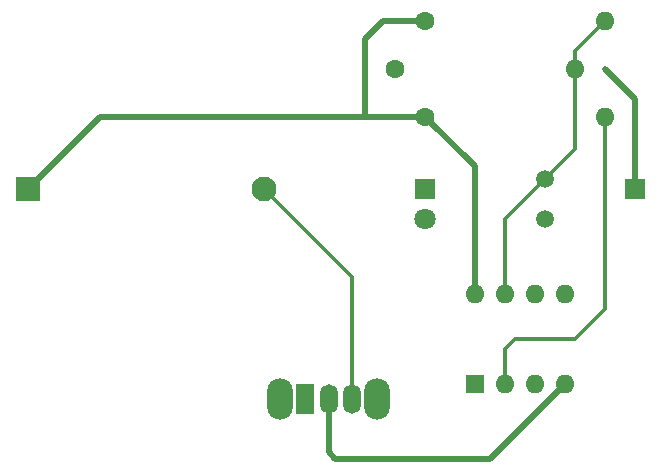
<source format=gbr>
%TF.GenerationSoftware,KiCad,Pcbnew,7.0.9*%
%TF.CreationDate,2025-05-13T13:00:26+05:30*%
%TF.ProjectId,Kicad Tutorial,4b696361-6420-4547-9574-6f7269616c2e,1*%
%TF.SameCoordinates,Original*%
%TF.FileFunction,Copper,L1,Top*%
%TF.FilePolarity,Positive*%
%FSLAX46Y46*%
G04 Gerber Fmt 4.6, Leading zero omitted, Abs format (unit mm)*
G04 Created by KiCad (PCBNEW 7.0.9) date 2025-05-13 13:00:26*
%MOMM*%
%LPD*%
G01*
G04 APERTURE LIST*
%TA.AperFunction,ComponentPad*%
%ADD10C,1.600000*%
%TD*%
%TA.AperFunction,ComponentPad*%
%ADD11O,1.600000X1.600000*%
%TD*%
%TA.AperFunction,ComponentPad*%
%ADD12R,1.700000X1.700000*%
%TD*%
%TA.AperFunction,ComponentPad*%
%ADD13R,2.100000X2.100000*%
%TD*%
%TA.AperFunction,ComponentPad*%
%ADD14C,2.100000*%
%TD*%
%TA.AperFunction,ComponentPad*%
%ADD15O,2.200000X3.500000*%
%TD*%
%TA.AperFunction,ComponentPad*%
%ADD16R,1.500000X2.500000*%
%TD*%
%TA.AperFunction,ComponentPad*%
%ADD17O,1.500000X2.500000*%
%TD*%
%TA.AperFunction,ComponentPad*%
%ADD18R,1.800000X1.800000*%
%TD*%
%TA.AperFunction,ComponentPad*%
%ADD19C,1.800000*%
%TD*%
%TA.AperFunction,ComponentPad*%
%ADD20C,1.500000*%
%TD*%
%TA.AperFunction,ComponentPad*%
%ADD21R,1.600000X1.600000*%
%TD*%
%TA.AperFunction,Conductor*%
%ADD22C,0.500000*%
%TD*%
%TA.AperFunction,Conductor*%
%ADD23C,0.300000*%
%TD*%
G04 APERTURE END LIST*
D10*
%TO.P,R2,1*%
%TO.N,/L_TO_R*%
X157480000Y-91440000D03*
D11*
%TO.P,R2,2*%
%TO.N,GND*%
X172720000Y-91440000D03*
%TD*%
D10*
%TO.P,R3,1*%
%TO.N,+3.3V*%
X160020000Y-95490000D03*
D11*
%TO.P,R3,2*%
%TO.N,/MIC*%
X175260000Y-95490000D03*
%TD*%
D12*
%TO.P,MK1,1,-*%
%TO.N,GND*%
X177800000Y-101600000D03*
%TD*%
D10*
%TO.P,R1,1*%
%TO.N,+3.3V*%
X160020000Y-87390000D03*
D11*
%TO.P,R1,2*%
%TO.N,/LDR*%
X175260000Y-87390000D03*
%TD*%
D13*
%TO.P,BT1,1,+*%
%TO.N,+3.3V*%
X126410914Y-101600000D03*
D14*
%TO.P,BT1,2,-*%
%TO.N,Net-(BT1--)*%
X146410914Y-101600000D03*
%TD*%
D15*
%TO.P,SW1,*%
%TO.N,*%
X147760000Y-119380000D03*
X155960000Y-119380000D03*
D16*
%TO.P,SW1,1,A*%
%TO.N,unconnected-(SW1-A-Pad1)*%
X149860000Y-119380000D03*
D17*
%TO.P,SW1,2,B*%
%TO.N,GND*%
X151860000Y-119380000D03*
%TO.P,SW1,3,C*%
%TO.N,Net-(BT1--)*%
X153860000Y-119380000D03*
%TD*%
D18*
%TO.P,D1,1,K*%
%TO.N,/L_TO_R*%
X160020000Y-101600000D03*
D19*
%TO.P,D1,2,A*%
%TO.N,/LED*%
X160020000Y-104140000D03*
%TD*%
D20*
%TO.P,R4,2*%
%TO.N,GND*%
X170180000Y-104140000D03*
%TO.P,R4,1*%
%TO.N,/LDR*%
X170180000Y-100740000D03*
%TD*%
D21*
%TO.P,U1,1,~{RESET}/PB5*%
%TO.N,unconnected-(U1-~{RESET}{slash}PB5-Pad1)*%
X164220914Y-118100000D03*
D11*
%TO.P,U1,2,XTAL1/PB3*%
%TO.N,/MIC*%
X166760914Y-118100000D03*
%TO.P,U1,3,XTAL2/PB4*%
%TO.N,unconnected-(U1-XTAL2{slash}PB4-Pad3)*%
X169300914Y-118100000D03*
%TO.P,U1,4,GND*%
%TO.N,GND*%
X171840914Y-118100000D03*
%TO.P,U1,5,AREF/PB0*%
%TO.N,unconnected-(U1-AREF{slash}PB0-Pad5)*%
X171840914Y-110480000D03*
%TO.P,U1,6,PB1*%
%TO.N,/LED*%
X169300914Y-110480000D03*
%TO.P,U1,7,PB2*%
%TO.N,/LDR*%
X166760914Y-110480000D03*
%TO.P,U1,8,VCC*%
%TO.N,+3.3V*%
X164220914Y-110480000D03*
%TD*%
D22*
%TO.N,+3.3V*%
X132520914Y-95490000D02*
X154940000Y-95490000D01*
X164220914Y-110480000D02*
X164220914Y-99690914D01*
X164220914Y-99690914D02*
X160020000Y-95490000D01*
X160020000Y-87390000D02*
X156450000Y-87390000D01*
X126410914Y-101600000D02*
X132520914Y-95490000D01*
X154940000Y-95490000D02*
X160020000Y-95490000D01*
X156450000Y-87390000D02*
X154940000Y-88900000D01*
X154940000Y-88900000D02*
X154940000Y-95490000D01*
D23*
%TO.N,Net-(BT1--)*%
X153860000Y-119380000D02*
X153860000Y-109049086D01*
X153860000Y-109049086D02*
X146410914Y-101600000D01*
D22*
%TO.N,GND*%
X151860000Y-123920000D02*
X152400000Y-124460000D01*
X177800000Y-93980000D02*
X177800000Y-101600000D01*
X175260000Y-91440000D02*
X177800000Y-93980000D01*
X151860000Y-119380000D02*
X151860000Y-123920000D01*
X152400000Y-124460000D02*
X165480914Y-124460000D01*
X165480914Y-124460000D02*
X171840914Y-118100000D01*
D23*
%TO.N,/LDR*%
X166760914Y-110480000D02*
X166760914Y-104159086D01*
X172720000Y-98200000D02*
X170180000Y-100740000D01*
X166760914Y-104159086D02*
X170180000Y-100740000D01*
X172720000Y-89930000D02*
X172720000Y-98200000D01*
X175260000Y-87390000D02*
X172720000Y-89930000D01*
%TO.N,/MIC*%
X166760914Y-118100000D02*
X166760914Y-115179086D01*
X166760914Y-115179086D02*
X167640000Y-114300000D01*
X175260000Y-111760000D02*
X175260000Y-95490000D01*
X167640000Y-114300000D02*
X172720000Y-114300000D01*
X172720000Y-114300000D02*
X175260000Y-111760000D01*
%TD*%
M02*

</source>
